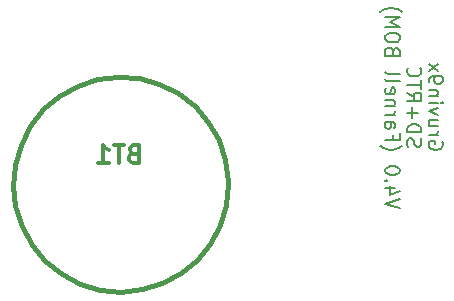
<source format=gbo>
G04 (created by PCBNEW-RS274X (2011-07-08 BZR 3044)-stable) date 27/07/2011 21:08:18*
G01*
G70*
G90*
%MOIN*%
G04 Gerber Fmt 3.4, Leading zero omitted, Abs format*
%FSLAX34Y34*%
G04 APERTURE LIST*
%ADD10C,0.006000*%
%ADD11C,0.005900*%
%ADD12C,0.015000*%
%ADD13C,0.012000*%
G04 APERTURE END LIST*
G54D10*
G54D11*
X41573Y-27885D02*
X41596Y-27930D01*
X41596Y-27998D01*
X41573Y-28065D01*
X41529Y-28110D01*
X41484Y-28133D01*
X41394Y-28155D01*
X41326Y-28155D01*
X41236Y-28133D01*
X41191Y-28110D01*
X41146Y-28065D01*
X41124Y-27998D01*
X41124Y-27953D01*
X41146Y-27885D01*
X41169Y-27863D01*
X41326Y-27863D01*
X41326Y-27953D01*
X41124Y-27661D02*
X41439Y-27661D01*
X41349Y-27661D02*
X41394Y-27638D01*
X41416Y-27616D01*
X41439Y-27571D01*
X41439Y-27526D01*
X41439Y-27166D02*
X41124Y-27166D01*
X41439Y-27369D02*
X41191Y-27369D01*
X41146Y-27346D01*
X41124Y-27301D01*
X41124Y-27234D01*
X41146Y-27189D01*
X41169Y-27166D01*
X41439Y-26987D02*
X41124Y-26874D01*
X41439Y-26762D01*
X41124Y-26582D02*
X41439Y-26582D01*
X41596Y-26582D02*
X41573Y-26604D01*
X41551Y-26582D01*
X41573Y-26559D01*
X41596Y-26582D01*
X41551Y-26582D01*
X41439Y-26357D02*
X41124Y-26357D01*
X41394Y-26357D02*
X41416Y-26334D01*
X41439Y-26289D01*
X41439Y-26222D01*
X41416Y-26177D01*
X41371Y-26154D01*
X41124Y-26154D01*
X41124Y-25907D02*
X41124Y-25817D01*
X41146Y-25772D01*
X41169Y-25750D01*
X41236Y-25705D01*
X41326Y-25682D01*
X41506Y-25682D01*
X41551Y-25705D01*
X41573Y-25727D01*
X41596Y-25772D01*
X41596Y-25862D01*
X41573Y-25907D01*
X41551Y-25930D01*
X41506Y-25952D01*
X41394Y-25952D01*
X41349Y-25930D01*
X41326Y-25907D01*
X41304Y-25862D01*
X41304Y-25772D01*
X41326Y-25727D01*
X41349Y-25705D01*
X41394Y-25682D01*
X41124Y-25525D02*
X41439Y-25277D01*
X41439Y-25525D02*
X41124Y-25277D01*
X40427Y-28043D02*
X40405Y-27976D01*
X40405Y-27863D01*
X40427Y-27818D01*
X40450Y-27796D01*
X40495Y-27773D01*
X40540Y-27773D01*
X40585Y-27796D01*
X40607Y-27818D01*
X40630Y-27863D01*
X40652Y-27953D01*
X40675Y-27998D01*
X40697Y-28021D01*
X40742Y-28043D01*
X40787Y-28043D01*
X40832Y-28021D01*
X40854Y-27998D01*
X40877Y-27953D01*
X40877Y-27841D01*
X40854Y-27773D01*
X40405Y-27571D02*
X40877Y-27571D01*
X40877Y-27458D01*
X40854Y-27391D01*
X40810Y-27346D01*
X40765Y-27323D01*
X40675Y-27301D01*
X40607Y-27301D01*
X40517Y-27323D01*
X40472Y-27346D01*
X40427Y-27391D01*
X40405Y-27458D01*
X40405Y-27571D01*
X40585Y-27099D02*
X40585Y-26739D01*
X40405Y-26919D02*
X40765Y-26919D01*
X40405Y-26245D02*
X40630Y-26402D01*
X40405Y-26515D02*
X40877Y-26515D01*
X40877Y-26335D01*
X40854Y-26290D01*
X40832Y-26267D01*
X40787Y-26245D01*
X40720Y-26245D01*
X40675Y-26267D01*
X40652Y-26290D01*
X40630Y-26335D01*
X40630Y-26515D01*
X40877Y-26110D02*
X40877Y-25840D01*
X40405Y-25975D02*
X40877Y-25975D01*
X40450Y-25413D02*
X40427Y-25435D01*
X40405Y-25503D01*
X40405Y-25548D01*
X40427Y-25615D01*
X40472Y-25660D01*
X40517Y-25683D01*
X40607Y-25705D01*
X40675Y-25705D01*
X40765Y-25683D01*
X40810Y-25660D01*
X40854Y-25615D01*
X40877Y-25548D01*
X40877Y-25503D01*
X40854Y-25435D01*
X40832Y-25413D01*
X40158Y-30100D02*
X39686Y-29943D01*
X40158Y-29785D01*
X40001Y-29425D02*
X39686Y-29425D01*
X40180Y-29538D02*
X39843Y-29650D01*
X39843Y-29358D01*
X39731Y-29178D02*
X39708Y-29155D01*
X39686Y-29178D01*
X39708Y-29200D01*
X39731Y-29178D01*
X39686Y-29178D01*
X40158Y-28863D02*
X40158Y-28818D01*
X40135Y-28773D01*
X40113Y-28750D01*
X40068Y-28728D01*
X39978Y-28705D01*
X39866Y-28705D01*
X39776Y-28728D01*
X39731Y-28750D01*
X39708Y-28773D01*
X39686Y-28818D01*
X39686Y-28863D01*
X39708Y-28908D01*
X39731Y-28930D01*
X39776Y-28953D01*
X39866Y-28975D01*
X39978Y-28975D01*
X40068Y-28953D01*
X40113Y-28930D01*
X40135Y-28908D01*
X40158Y-28863D01*
X39506Y-28008D02*
X39529Y-28030D01*
X39596Y-28075D01*
X39641Y-28098D01*
X39708Y-28120D01*
X39821Y-28143D01*
X39911Y-28143D01*
X40023Y-28120D01*
X40091Y-28098D01*
X40135Y-28075D01*
X40203Y-28030D01*
X40225Y-28008D01*
X39933Y-27670D02*
X39933Y-27828D01*
X39686Y-27828D02*
X40158Y-27828D01*
X40158Y-27603D01*
X39686Y-27220D02*
X39933Y-27220D01*
X39978Y-27243D01*
X40001Y-27288D01*
X40001Y-27378D01*
X39978Y-27423D01*
X39708Y-27220D02*
X39686Y-27265D01*
X39686Y-27378D01*
X39708Y-27423D01*
X39753Y-27445D01*
X39798Y-27445D01*
X39843Y-27423D01*
X39866Y-27378D01*
X39866Y-27265D01*
X39888Y-27220D01*
X39686Y-26996D02*
X40001Y-26996D01*
X39911Y-26996D02*
X39956Y-26973D01*
X39978Y-26951D01*
X40001Y-26906D01*
X40001Y-26861D01*
X40001Y-26704D02*
X39686Y-26704D01*
X39956Y-26704D02*
X39978Y-26681D01*
X40001Y-26636D01*
X40001Y-26569D01*
X39978Y-26524D01*
X39933Y-26501D01*
X39686Y-26501D01*
X39708Y-26097D02*
X39686Y-26142D01*
X39686Y-26232D01*
X39708Y-26277D01*
X39753Y-26299D01*
X39933Y-26299D01*
X39978Y-26277D01*
X40001Y-26232D01*
X40001Y-26142D01*
X39978Y-26097D01*
X39933Y-26074D01*
X39888Y-26074D01*
X39843Y-26299D01*
X39686Y-25804D02*
X39708Y-25849D01*
X39753Y-25872D01*
X40158Y-25872D01*
X39686Y-25557D02*
X39708Y-25602D01*
X39753Y-25625D01*
X40158Y-25625D01*
X39933Y-24860D02*
X39911Y-24793D01*
X39888Y-24770D01*
X39843Y-24748D01*
X39776Y-24748D01*
X39731Y-24770D01*
X39708Y-24793D01*
X39686Y-24838D01*
X39686Y-25018D01*
X40158Y-25018D01*
X40158Y-24860D01*
X40135Y-24815D01*
X40113Y-24793D01*
X40068Y-24770D01*
X40023Y-24770D01*
X39978Y-24793D01*
X39956Y-24815D01*
X39933Y-24860D01*
X39933Y-25018D01*
X40158Y-24456D02*
X40158Y-24366D01*
X40135Y-24321D01*
X40091Y-24276D01*
X40001Y-24253D01*
X39843Y-24253D01*
X39753Y-24276D01*
X39708Y-24321D01*
X39686Y-24366D01*
X39686Y-24456D01*
X39708Y-24501D01*
X39753Y-24546D01*
X39843Y-24568D01*
X40001Y-24568D01*
X40091Y-24546D01*
X40135Y-24501D01*
X40158Y-24456D01*
X39686Y-24052D02*
X40158Y-24052D01*
X39821Y-23894D01*
X40158Y-23737D01*
X39686Y-23737D01*
X39506Y-23558D02*
X39529Y-23535D01*
X39596Y-23490D01*
X39641Y-23468D01*
X39708Y-23445D01*
X39821Y-23423D01*
X39911Y-23423D01*
X40023Y-23445D01*
X40091Y-23468D01*
X40135Y-23490D01*
X40203Y-23535D01*
X40225Y-23558D01*
G54D12*
X34437Y-29295D02*
X34368Y-29990D01*
X34166Y-30660D01*
X33838Y-31277D01*
X33396Y-31819D01*
X32857Y-32265D01*
X32242Y-32598D01*
X31574Y-32804D01*
X30879Y-32877D01*
X30183Y-32814D01*
X29512Y-32617D01*
X28893Y-32293D01*
X28348Y-31854D01*
X27898Y-31319D01*
X27561Y-30706D01*
X27350Y-30039D01*
X27272Y-29345D01*
X27330Y-28649D01*
X27523Y-27977D01*
X27843Y-27355D01*
X28277Y-26807D01*
X28810Y-26353D01*
X29420Y-26012D01*
X30085Y-25796D01*
X30779Y-25713D01*
X31476Y-25767D01*
X32149Y-25955D01*
X32773Y-26270D01*
X33324Y-26701D01*
X33781Y-27230D01*
X34127Y-27838D01*
X34347Y-28502D01*
X34435Y-29195D01*
X34437Y-29295D01*
G54D13*
X31286Y-28279D02*
X31200Y-28307D01*
X31172Y-28336D01*
X31143Y-28393D01*
X31143Y-28479D01*
X31172Y-28536D01*
X31200Y-28564D01*
X31258Y-28593D01*
X31486Y-28593D01*
X31486Y-27993D01*
X31286Y-27993D01*
X31229Y-28021D01*
X31200Y-28050D01*
X31172Y-28107D01*
X31172Y-28164D01*
X31200Y-28221D01*
X31229Y-28250D01*
X31286Y-28279D01*
X31486Y-28279D01*
X30972Y-27993D02*
X30629Y-27993D01*
X30800Y-28593D02*
X30800Y-27993D01*
X30115Y-28593D02*
X30458Y-28593D01*
X30286Y-28593D02*
X30286Y-27993D01*
X30343Y-28079D01*
X30401Y-28136D01*
X30458Y-28164D01*
M02*

</source>
